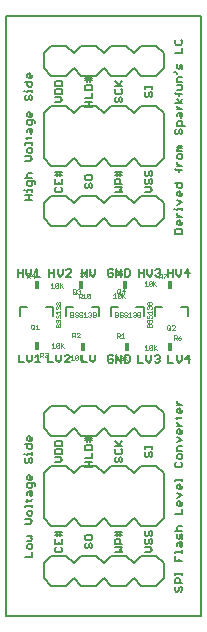
<source format=gto>
G75*
%MOIN*%
%OFA0B0*%
%FSLAX25Y25*%
%IPPOS*%
%LPD*%
%AMOC8*
5,1,8,0,0,1.08239X$1,22.5*
%
%ADD10C,0.00800*%
%ADD11C,0.00500*%
%ADD12C,0.00100*%
%ADD13R,0.01800X0.03000*%
%ADD14C,0.00600*%
D10*
X0002000Y0002000D02*
X0002000Y0202000D01*
X0067000Y0202000D01*
X0067000Y0002000D01*
X0002000Y0002000D01*
X0014500Y0014500D02*
X0014500Y0019500D01*
X0017000Y0022000D01*
X0022000Y0022000D01*
X0024500Y0019500D01*
X0027000Y0022000D01*
X0032000Y0022000D01*
X0034500Y0019500D01*
X0037000Y0022000D01*
X0042000Y0022000D01*
X0044500Y0019500D01*
X0047000Y0022000D01*
X0052000Y0022000D01*
X0054500Y0019500D01*
X0054500Y0014500D01*
X0052000Y0012000D01*
X0047000Y0012000D01*
X0044500Y0014500D01*
X0042000Y0012000D01*
X0037000Y0012000D01*
X0034500Y0014500D01*
X0032000Y0012000D01*
X0027000Y0012000D01*
X0024500Y0014500D01*
X0022000Y0012000D01*
X0017000Y0012000D01*
X0014500Y0014500D01*
X0017000Y0062000D02*
X0022000Y0062000D01*
X0024500Y0064500D01*
X0027000Y0062000D01*
X0032000Y0062000D01*
X0034500Y0064500D01*
X0037000Y0062000D01*
X0042000Y0062000D01*
X0044500Y0064500D01*
X0047000Y0062000D01*
X0052000Y0062000D01*
X0054500Y0064500D01*
X0054500Y0069500D01*
X0052000Y0072000D01*
X0047000Y0072000D01*
X0044500Y0069500D01*
X0042000Y0072000D01*
X0037000Y0072000D01*
X0034500Y0069500D01*
X0032000Y0072000D01*
X0027000Y0072000D01*
X0024500Y0069500D01*
X0022000Y0072000D01*
X0017000Y0072000D01*
X0014500Y0069500D01*
X0014500Y0064500D01*
X0017000Y0062000D01*
X0017712Y0101906D02*
X0017712Y0105056D01*
X0015350Y0105056D01*
X0009050Y0105056D02*
X0006688Y0105056D01*
X0006688Y0101906D01*
X0017000Y0132000D02*
X0014500Y0134500D01*
X0014500Y0139500D01*
X0017000Y0142000D01*
X0022000Y0142000D01*
X0024500Y0139500D01*
X0027000Y0142000D01*
X0032000Y0142000D01*
X0034500Y0139500D01*
X0037000Y0142000D01*
X0042000Y0142000D01*
X0044500Y0139500D01*
X0047000Y0142000D01*
X0052000Y0142000D01*
X0054500Y0139500D01*
X0054500Y0134500D01*
X0052000Y0132000D01*
X0047000Y0132000D01*
X0044500Y0134500D01*
X0042000Y0132000D01*
X0037000Y0132000D01*
X0034500Y0134500D01*
X0032000Y0132000D01*
X0027000Y0132000D01*
X0024500Y0134500D01*
X0022000Y0132000D01*
X0017000Y0132000D01*
X0021888Y0105056D02*
X0021888Y0101906D01*
X0021888Y0105056D02*
X0024250Y0105056D01*
X0030550Y0105056D02*
X0032912Y0105056D01*
X0032912Y0101906D01*
X0036788Y0101906D02*
X0036788Y0105056D01*
X0039150Y0105056D01*
X0045450Y0105056D02*
X0047812Y0105056D01*
X0047812Y0101906D01*
X0051588Y0101906D02*
X0051588Y0105056D01*
X0053950Y0105056D01*
X0060250Y0105056D02*
X0062612Y0105056D01*
X0062612Y0101906D01*
X0052000Y0182000D02*
X0047000Y0182000D01*
X0044500Y0184500D01*
X0042000Y0182000D01*
X0037000Y0182000D01*
X0034500Y0184500D01*
X0032000Y0182000D01*
X0027000Y0182000D01*
X0024500Y0184500D01*
X0022000Y0182000D01*
X0017000Y0182000D01*
X0014500Y0184500D01*
X0014500Y0189500D01*
X0017000Y0192000D01*
X0022000Y0192000D01*
X0024500Y0189500D01*
X0027000Y0192000D01*
X0032000Y0192000D01*
X0034500Y0189500D01*
X0037000Y0192000D01*
X0042000Y0192000D01*
X0044500Y0189500D01*
X0047000Y0192000D01*
X0052000Y0192000D01*
X0054500Y0189500D01*
X0054500Y0184500D01*
X0052000Y0182000D01*
D11*
X0050750Y0178544D02*
X0050750Y0177710D01*
X0050750Y0178127D02*
X0048248Y0178127D01*
X0048248Y0177710D02*
X0048248Y0178544D01*
X0048665Y0176616D02*
X0048248Y0176199D01*
X0048248Y0175365D01*
X0048665Y0174948D01*
X0049082Y0174948D01*
X0049499Y0175365D01*
X0049499Y0176199D01*
X0049916Y0176616D01*
X0050333Y0176616D01*
X0050750Y0176199D01*
X0050750Y0175365D01*
X0050333Y0174948D01*
X0057831Y0183154D02*
X0058665Y0183154D01*
X0059082Y0182737D01*
X0059499Y0181643D02*
X0059082Y0181226D01*
X0059082Y0179975D01*
X0060750Y0179975D01*
X0060750Y0178881D02*
X0059082Y0178881D01*
X0059082Y0177213D02*
X0060333Y0177213D01*
X0060750Y0177630D01*
X0060750Y0178881D01*
X0060750Y0175788D02*
X0058665Y0175788D01*
X0058248Y0176205D01*
X0059082Y0174320D02*
X0059916Y0173069D01*
X0060750Y0174320D01*
X0060750Y0173069D02*
X0058248Y0173069D01*
X0059082Y0172018D02*
X0059082Y0171601D01*
X0059916Y0170767D01*
X0060750Y0170767D02*
X0059082Y0170767D01*
X0059499Y0169673D02*
X0059082Y0169256D01*
X0059082Y0168422D01*
X0059916Y0168422D02*
X0059916Y0169673D01*
X0059499Y0169673D02*
X0060750Y0169673D01*
X0060750Y0168422D01*
X0060333Y0168005D01*
X0059916Y0168422D01*
X0059499Y0166911D02*
X0060333Y0166911D01*
X0060750Y0166494D01*
X0060750Y0165242D01*
X0061584Y0165242D02*
X0059082Y0165242D01*
X0059082Y0166494D01*
X0059499Y0166911D01*
X0059916Y0164148D02*
X0060333Y0164148D01*
X0060750Y0163731D01*
X0060750Y0162897D01*
X0060333Y0162480D01*
X0059499Y0162897D02*
X0059499Y0163731D01*
X0059916Y0164148D01*
X0058665Y0164148D02*
X0058248Y0163731D01*
X0058248Y0162897D01*
X0058665Y0162480D01*
X0059082Y0162480D01*
X0059499Y0162897D01*
X0059499Y0158623D02*
X0059082Y0158206D01*
X0059499Y0157789D01*
X0060750Y0157789D01*
X0060750Y0156955D02*
X0059082Y0156955D01*
X0059082Y0157372D01*
X0059499Y0157789D01*
X0059499Y0158623D02*
X0060750Y0158623D01*
X0060333Y0155861D02*
X0059499Y0155861D01*
X0059082Y0155444D01*
X0059082Y0154610D01*
X0059499Y0154193D01*
X0060333Y0154193D01*
X0060750Y0154610D01*
X0060750Y0155444D01*
X0060333Y0155861D01*
X0059082Y0153142D02*
X0059082Y0152725D01*
X0059916Y0151891D01*
X0060750Y0151891D02*
X0059082Y0151891D01*
X0059499Y0150884D02*
X0059499Y0150050D01*
X0058665Y0150467D02*
X0058248Y0150884D01*
X0058665Y0150467D02*
X0060750Y0150467D01*
X0060750Y0146193D02*
X0060750Y0144942D01*
X0060333Y0144525D01*
X0059499Y0144525D01*
X0059082Y0144942D01*
X0059082Y0146193D01*
X0058248Y0146193D02*
X0060750Y0146193D01*
X0060750Y0143014D02*
X0060750Y0142179D01*
X0060333Y0141762D01*
X0059499Y0141762D01*
X0059082Y0142179D01*
X0059082Y0143014D01*
X0059499Y0143431D01*
X0059916Y0143431D01*
X0059916Y0141762D01*
X0059082Y0140668D02*
X0060750Y0139834D01*
X0059082Y0139000D01*
X0059082Y0137576D02*
X0060750Y0137576D01*
X0060750Y0137159D02*
X0060750Y0137993D01*
X0060750Y0134857D02*
X0059082Y0134857D01*
X0059082Y0135691D02*
X0059082Y0136108D01*
X0059082Y0135691D02*
X0059916Y0134857D01*
X0059916Y0133762D02*
X0059916Y0132094D01*
X0060333Y0132094D02*
X0059499Y0132094D01*
X0059082Y0132511D01*
X0059082Y0133345D01*
X0059499Y0133762D01*
X0059916Y0133762D01*
X0060750Y0132511D02*
X0060333Y0132094D01*
X0060750Y0132511D02*
X0060750Y0133345D01*
X0060333Y0131000D02*
X0058665Y0131000D01*
X0058248Y0130583D01*
X0058248Y0129332D01*
X0060750Y0129332D01*
X0060750Y0130583D01*
X0060333Y0131000D01*
X0059082Y0137159D02*
X0059082Y0137576D01*
X0058248Y0137576D02*
X0057831Y0137576D01*
X0050750Y0143941D02*
X0049916Y0144775D01*
X0048248Y0144775D01*
X0048665Y0145869D02*
X0048248Y0146286D01*
X0048248Y0147120D01*
X0048665Y0147537D01*
X0049499Y0147120D02*
X0049499Y0146286D01*
X0049082Y0145869D01*
X0048665Y0145869D01*
X0049499Y0147120D02*
X0049916Y0147537D01*
X0050333Y0147537D01*
X0050750Y0147120D01*
X0050750Y0146286D01*
X0050333Y0145869D01*
X0050750Y0143941D02*
X0049916Y0143106D01*
X0048248Y0143106D01*
X0048665Y0148631D02*
X0049082Y0148631D01*
X0049499Y0149048D01*
X0049499Y0149882D01*
X0049916Y0150299D01*
X0050333Y0150299D01*
X0050750Y0149882D01*
X0050750Y0149048D01*
X0050333Y0148631D01*
X0048665Y0148631D02*
X0048248Y0149048D01*
X0048248Y0149882D01*
X0048665Y0150299D01*
X0040750Y0149882D02*
X0038248Y0149882D01*
X0038248Y0149048D02*
X0040750Y0149048D01*
X0039916Y0148631D02*
X0039916Y0150299D01*
X0039082Y0150299D02*
X0039082Y0149882D01*
X0039082Y0148631D01*
X0038665Y0147537D02*
X0039499Y0147537D01*
X0039916Y0147120D01*
X0039916Y0145869D01*
X0040750Y0144775D02*
X0039916Y0143941D01*
X0040750Y0143106D01*
X0038248Y0143106D01*
X0038248Y0144775D02*
X0040750Y0144775D01*
X0040750Y0145869D02*
X0038248Y0145869D01*
X0038248Y0147120D01*
X0038665Y0147537D01*
X0030750Y0147667D02*
X0030750Y0148501D01*
X0030333Y0148918D01*
X0028665Y0148918D01*
X0028248Y0148501D01*
X0028248Y0147667D01*
X0028665Y0147250D01*
X0030333Y0147250D01*
X0030750Y0147667D01*
X0030333Y0146156D02*
X0030750Y0145739D01*
X0030750Y0144905D01*
X0030333Y0144488D01*
X0029499Y0144905D02*
X0029499Y0145739D01*
X0029916Y0146156D01*
X0030333Y0146156D01*
X0029499Y0144905D02*
X0029082Y0144488D01*
X0028665Y0144488D01*
X0028248Y0144905D01*
X0028248Y0145739D01*
X0028665Y0146156D01*
X0020750Y0145869D02*
X0020750Y0147537D01*
X0020750Y0149048D02*
X0018248Y0149048D01*
X0018248Y0149882D02*
X0020750Y0149882D01*
X0019916Y0150299D02*
X0019916Y0148631D01*
X0019082Y0148631D02*
X0019082Y0149882D01*
X0019082Y0150299D01*
X0018248Y0147537D02*
X0018248Y0145869D01*
X0020750Y0145869D01*
X0020333Y0144775D02*
X0020750Y0144358D01*
X0020750Y0143523D01*
X0020333Y0143106D01*
X0018665Y0143106D01*
X0018248Y0143523D01*
X0018248Y0144358D01*
X0018665Y0144775D01*
X0019499Y0145869D02*
X0019499Y0146703D01*
X0011584Y0146466D02*
X0011167Y0146884D01*
X0009082Y0146884D01*
X0009082Y0145632D01*
X0009499Y0145215D01*
X0010333Y0145215D01*
X0010750Y0145632D01*
X0010750Y0146884D01*
X0011584Y0146466D02*
X0011584Y0146049D01*
X0010750Y0144208D02*
X0010750Y0143374D01*
X0010750Y0143791D02*
X0009082Y0143791D01*
X0009082Y0143374D01*
X0009499Y0142280D02*
X0009499Y0140612D01*
X0010750Y0140612D02*
X0008248Y0140612D01*
X0008248Y0142280D02*
X0010750Y0142280D01*
X0010750Y0147978D02*
X0008248Y0147978D01*
X0009082Y0148395D02*
X0009082Y0149229D01*
X0009499Y0149646D01*
X0010750Y0149646D01*
X0009499Y0147978D02*
X0009082Y0148395D01*
X0008248Y0143791D02*
X0007831Y0143791D01*
X0008248Y0153502D02*
X0009916Y0153502D01*
X0010750Y0154337D01*
X0009916Y0155171D01*
X0008248Y0155171D01*
X0008248Y0159027D02*
X0008248Y0159444D01*
X0010750Y0159444D01*
X0010750Y0159027D02*
X0010750Y0159861D01*
X0010333Y0161286D02*
X0010750Y0161703D01*
X0010333Y0161286D02*
X0008665Y0161286D01*
X0009082Y0160869D02*
X0009082Y0161703D01*
X0009082Y0163127D02*
X0009082Y0163961D01*
X0009499Y0164378D01*
X0010750Y0164378D01*
X0010750Y0163127D01*
X0010333Y0162710D01*
X0009916Y0163127D01*
X0009916Y0164378D01*
X0009499Y0165473D02*
X0010333Y0165473D01*
X0010750Y0165890D01*
X0010750Y0167141D01*
X0011167Y0167141D02*
X0009082Y0167141D01*
X0009082Y0165890D01*
X0009499Y0165473D01*
X0009499Y0168235D02*
X0009082Y0168652D01*
X0009082Y0169486D01*
X0009499Y0169903D01*
X0009916Y0169903D01*
X0009916Y0168235D01*
X0010333Y0168235D02*
X0009499Y0168235D01*
X0010333Y0168235D02*
X0010750Y0168652D01*
X0010750Y0169486D01*
X0011167Y0167141D02*
X0011584Y0166724D01*
X0011584Y0166307D01*
X0010333Y0173760D02*
X0010750Y0174177D01*
X0010750Y0175011D01*
X0010333Y0175428D01*
X0009916Y0175428D01*
X0009499Y0175011D01*
X0009499Y0174177D01*
X0009082Y0173760D01*
X0008665Y0173760D01*
X0008248Y0174177D01*
X0008248Y0175011D01*
X0008665Y0175428D01*
X0009082Y0176522D02*
X0009082Y0176939D01*
X0010750Y0176939D01*
X0010750Y0176522D02*
X0010750Y0177356D01*
X0010333Y0178364D02*
X0009499Y0178364D01*
X0009082Y0178781D01*
X0009082Y0180032D01*
X0009499Y0181126D02*
X0009082Y0181543D01*
X0009082Y0182377D01*
X0009499Y0182794D01*
X0009916Y0182794D01*
X0009916Y0181126D01*
X0010333Y0181126D02*
X0009499Y0181126D01*
X0010333Y0181126D02*
X0010750Y0181543D01*
X0010750Y0182377D01*
X0010750Y0180032D02*
X0010750Y0178781D01*
X0010333Y0178364D01*
X0010750Y0180032D02*
X0008248Y0180032D01*
X0008248Y0176939D02*
X0007831Y0176939D01*
X0009499Y0157933D02*
X0009082Y0157516D01*
X0009082Y0156682D01*
X0009499Y0156265D01*
X0010333Y0156265D01*
X0010750Y0156682D01*
X0010750Y0157516D01*
X0010333Y0157933D01*
X0009499Y0157933D01*
X0018248Y0173106D02*
X0019916Y0173106D01*
X0020750Y0173941D01*
X0019916Y0174775D01*
X0018248Y0174775D01*
X0018248Y0175869D02*
X0018248Y0177120D01*
X0018665Y0177537D01*
X0020333Y0177537D01*
X0020750Y0177120D01*
X0020750Y0175869D01*
X0018248Y0175869D01*
X0018248Y0178631D02*
X0018248Y0179882D01*
X0018665Y0180299D01*
X0020333Y0180299D01*
X0020750Y0179882D01*
X0020750Y0178631D01*
X0018248Y0178631D01*
X0028248Y0178501D02*
X0028248Y0177250D01*
X0030750Y0177250D01*
X0030750Y0178501D01*
X0030333Y0178918D01*
X0028665Y0178918D01*
X0028248Y0178501D01*
X0028248Y0180429D02*
X0030750Y0180429D01*
X0030750Y0181263D02*
X0028248Y0181263D01*
X0029082Y0181263D02*
X0029082Y0181680D01*
X0029082Y0181263D02*
X0029082Y0180012D01*
X0029916Y0180012D02*
X0029916Y0181680D01*
X0030750Y0176156D02*
X0030750Y0174488D01*
X0028248Y0174488D01*
X0028248Y0173393D02*
X0030750Y0173393D01*
X0030750Y0171725D02*
X0028248Y0171725D01*
X0029499Y0171725D02*
X0029499Y0173393D01*
X0038248Y0173523D02*
X0038665Y0173106D01*
X0039082Y0173106D01*
X0039499Y0173523D01*
X0039499Y0174358D01*
X0039916Y0174775D01*
X0040333Y0174775D01*
X0040750Y0174358D01*
X0040750Y0173523D01*
X0040333Y0173106D01*
X0038665Y0174775D02*
X0038248Y0174358D01*
X0038248Y0173523D01*
X0038665Y0175869D02*
X0038248Y0176286D01*
X0038248Y0177120D01*
X0038665Y0177537D01*
X0038248Y0178631D02*
X0040750Y0178631D01*
X0040333Y0177537D02*
X0040750Y0177120D01*
X0040750Y0176286D01*
X0040333Y0175869D01*
X0038665Y0175869D01*
X0039916Y0178631D02*
X0038248Y0180299D01*
X0039499Y0179048D02*
X0040750Y0180299D01*
X0058248Y0189643D02*
X0060750Y0189643D01*
X0060750Y0191311D01*
X0060333Y0192406D02*
X0060750Y0192823D01*
X0060750Y0193657D01*
X0060333Y0194074D01*
X0060333Y0192406D02*
X0058665Y0192406D01*
X0058248Y0192823D01*
X0058248Y0193657D01*
X0058665Y0194074D01*
X0059082Y0185787D02*
X0059082Y0184536D01*
X0059499Y0184119D01*
X0059916Y0184536D01*
X0059916Y0185370D01*
X0060333Y0185787D01*
X0060750Y0185370D01*
X0060750Y0184119D01*
X0060750Y0181643D02*
X0059499Y0181643D01*
X0059499Y0176205D02*
X0059499Y0175371D01*
X0058712Y0117552D02*
X0058712Y0115884D01*
X0059546Y0115050D01*
X0060380Y0115884D01*
X0060380Y0117552D01*
X0061475Y0116301D02*
X0063143Y0116301D01*
X0062726Y0115050D02*
X0062726Y0117552D01*
X0061475Y0116301D01*
X0057618Y0116301D02*
X0055950Y0116301D01*
X0055950Y0115050D02*
X0055950Y0117552D01*
X0057618Y0117552D02*
X0057618Y0115050D01*
X0053443Y0115467D02*
X0053026Y0115050D01*
X0052192Y0115050D01*
X0051775Y0115467D01*
X0052609Y0116301D02*
X0053026Y0116301D01*
X0053443Y0115884D01*
X0053443Y0115467D01*
X0053026Y0116301D02*
X0053443Y0116718D01*
X0053443Y0117135D01*
X0053026Y0117552D01*
X0052192Y0117552D01*
X0051775Y0117135D01*
X0050680Y0117552D02*
X0050680Y0115884D01*
X0049846Y0115050D01*
X0049012Y0115884D01*
X0049012Y0117552D01*
X0047918Y0117552D02*
X0047918Y0115050D01*
X0047918Y0116301D02*
X0046250Y0116301D01*
X0046250Y0115050D02*
X0046250Y0117552D01*
X0043143Y0117135D02*
X0043143Y0115467D01*
X0042726Y0115050D01*
X0041475Y0115050D01*
X0041475Y0117552D01*
X0042726Y0117552D01*
X0043143Y0117135D01*
X0040380Y0117552D02*
X0040380Y0115050D01*
X0038712Y0117552D01*
X0038712Y0115050D01*
X0037618Y0115467D02*
X0037618Y0116301D01*
X0036784Y0116301D01*
X0035950Y0115467D02*
X0036367Y0115050D01*
X0037201Y0115050D01*
X0037618Y0115467D01*
X0037618Y0117135D02*
X0037201Y0117552D01*
X0036367Y0117552D01*
X0035950Y0117135D01*
X0035950Y0115467D01*
X0031680Y0115884D02*
X0031680Y0117552D01*
X0031680Y0115884D02*
X0030846Y0115050D01*
X0030012Y0115884D01*
X0030012Y0117552D01*
X0028918Y0117552D02*
X0028918Y0115050D01*
X0028918Y0116301D02*
X0027250Y0116301D01*
X0027250Y0115050D02*
X0027250Y0117552D01*
X0023643Y0117135D02*
X0023226Y0117552D01*
X0022392Y0117552D01*
X0021975Y0117135D01*
X0020880Y0117552D02*
X0020880Y0115884D01*
X0020046Y0115050D01*
X0019212Y0115884D01*
X0019212Y0117552D01*
X0018118Y0117552D02*
X0018118Y0115050D01*
X0018118Y0116301D02*
X0016450Y0116301D01*
X0016450Y0115050D02*
X0016450Y0117552D01*
X0013143Y0114950D02*
X0011475Y0114950D01*
X0012309Y0114950D02*
X0012309Y0117452D01*
X0011475Y0116618D01*
X0010380Y0115784D02*
X0010380Y0117452D01*
X0010380Y0115784D02*
X0009546Y0114950D01*
X0008712Y0115784D01*
X0008712Y0117452D01*
X0007618Y0117452D02*
X0007618Y0114950D01*
X0007618Y0116201D02*
X0005950Y0116201D01*
X0005950Y0114950D02*
X0005950Y0117452D01*
X0006150Y0089052D02*
X0006150Y0086550D01*
X0007818Y0086550D01*
X0008912Y0087384D02*
X0008912Y0089052D01*
X0008912Y0087384D02*
X0009746Y0086550D01*
X0010580Y0087384D01*
X0010580Y0089052D01*
X0011675Y0088218D02*
X0012509Y0089052D01*
X0012509Y0086550D01*
X0011675Y0086550D02*
X0013343Y0086550D01*
X0015950Y0086550D02*
X0017618Y0086550D01*
X0018712Y0087384D02*
X0019546Y0086550D01*
X0020380Y0087384D01*
X0020380Y0089052D01*
X0021475Y0088635D02*
X0021892Y0089052D01*
X0022726Y0089052D01*
X0023143Y0088635D01*
X0023143Y0088218D01*
X0021475Y0086550D01*
X0023143Y0086550D01*
X0027250Y0086450D02*
X0028918Y0086450D01*
X0030012Y0087284D02*
X0030846Y0086450D01*
X0031680Y0087284D01*
X0031680Y0088952D01*
X0030012Y0088952D02*
X0030012Y0087284D01*
X0027250Y0086450D02*
X0027250Y0088952D01*
X0018712Y0089052D02*
X0018712Y0087384D01*
X0015950Y0086550D02*
X0015950Y0089052D01*
X0021975Y0115050D02*
X0023643Y0116718D01*
X0023643Y0117135D01*
X0023643Y0115050D02*
X0021975Y0115050D01*
X0036367Y0088852D02*
X0035950Y0088435D01*
X0035950Y0086767D01*
X0036367Y0086350D01*
X0037201Y0086350D01*
X0037618Y0086767D01*
X0037618Y0087601D01*
X0036784Y0087601D01*
X0037618Y0088435D02*
X0037201Y0088852D01*
X0036367Y0088852D01*
X0038712Y0088852D02*
X0038712Y0086350D01*
X0040380Y0086350D02*
X0038712Y0088852D01*
X0040380Y0088852D02*
X0040380Y0086350D01*
X0041475Y0086350D02*
X0042726Y0086350D01*
X0043143Y0086767D01*
X0043143Y0088435D01*
X0042726Y0088852D01*
X0041475Y0088852D01*
X0041475Y0086350D01*
X0045950Y0086350D02*
X0047618Y0086350D01*
X0048712Y0087184D02*
X0048712Y0088852D01*
X0048712Y0087184D02*
X0049546Y0086350D01*
X0050380Y0087184D01*
X0050380Y0088852D01*
X0051475Y0088435D02*
X0051892Y0088852D01*
X0052726Y0088852D01*
X0053143Y0088435D01*
X0053143Y0088018D01*
X0052726Y0087601D01*
X0053143Y0087184D01*
X0053143Y0086767D01*
X0052726Y0086350D01*
X0051892Y0086350D01*
X0051475Y0086767D01*
X0052309Y0087601D02*
X0052726Y0087601D01*
X0056050Y0086350D02*
X0057718Y0086350D01*
X0058812Y0087184D02*
X0059646Y0086350D01*
X0060480Y0087184D01*
X0060480Y0088852D01*
X0061575Y0087601D02*
X0063243Y0087601D01*
X0062826Y0086350D02*
X0062826Y0088852D01*
X0061575Y0087601D01*
X0058812Y0087184D02*
X0058812Y0088852D01*
X0056050Y0088852D02*
X0056050Y0086350D01*
X0059082Y0073426D02*
X0059082Y0073009D01*
X0059916Y0072175D01*
X0060750Y0072175D02*
X0059082Y0072175D01*
X0059499Y0071081D02*
X0059082Y0070664D01*
X0059082Y0069830D01*
X0059499Y0069413D01*
X0060333Y0069413D01*
X0060750Y0069830D01*
X0060750Y0070664D01*
X0060750Y0068406D02*
X0060333Y0067988D01*
X0058665Y0067988D01*
X0059082Y0067571D02*
X0059082Y0068406D01*
X0059916Y0069413D02*
X0059916Y0071081D01*
X0059499Y0071081D01*
X0059082Y0066521D02*
X0059082Y0066104D01*
X0059916Y0065270D01*
X0060750Y0065270D02*
X0059082Y0065270D01*
X0059499Y0064175D02*
X0059082Y0063758D01*
X0059082Y0062924D01*
X0059499Y0062507D01*
X0060333Y0062507D01*
X0060750Y0062924D01*
X0060750Y0063758D01*
X0059916Y0064175D02*
X0059916Y0062507D01*
X0059082Y0061413D02*
X0060750Y0060579D01*
X0059082Y0059745D01*
X0059499Y0058651D02*
X0059082Y0058234D01*
X0059082Y0056982D01*
X0060750Y0056982D01*
X0060333Y0055888D02*
X0060750Y0055471D01*
X0060750Y0054637D01*
X0060333Y0054220D01*
X0059499Y0054220D01*
X0059082Y0054637D01*
X0059082Y0055471D01*
X0059499Y0055888D01*
X0060333Y0055888D01*
X0060333Y0053126D02*
X0060750Y0052709D01*
X0060750Y0051875D01*
X0060333Y0051458D01*
X0058665Y0051458D01*
X0058248Y0051875D01*
X0058248Y0052709D01*
X0058665Y0053126D01*
X0059499Y0058651D02*
X0060750Y0058651D01*
X0059916Y0064175D02*
X0059499Y0064175D01*
X0060750Y0047688D02*
X0060750Y0046854D01*
X0060750Y0047271D02*
X0058248Y0047271D01*
X0058248Y0046854D01*
X0059499Y0045760D02*
X0059082Y0045343D01*
X0059082Y0044509D01*
X0059499Y0044091D01*
X0060333Y0044091D01*
X0060750Y0044509D01*
X0060750Y0045343D01*
X0059916Y0045760D02*
X0059916Y0044091D01*
X0059082Y0042997D02*
X0060750Y0042163D01*
X0059082Y0041329D01*
X0059499Y0040235D02*
X0059082Y0039818D01*
X0059082Y0038984D01*
X0059499Y0038567D01*
X0060333Y0038567D01*
X0060750Y0038984D01*
X0060750Y0039818D01*
X0060750Y0037473D02*
X0060750Y0035804D01*
X0058248Y0035804D01*
X0059916Y0038567D02*
X0059916Y0040235D01*
X0059499Y0040235D01*
X0059499Y0045760D02*
X0059916Y0045760D01*
X0059499Y0031948D02*
X0059082Y0031531D01*
X0059082Y0030697D01*
X0059499Y0030280D01*
X0059082Y0029185D02*
X0059082Y0027934D01*
X0059499Y0027517D01*
X0059916Y0027934D01*
X0059916Y0028768D01*
X0060333Y0029185D01*
X0060750Y0028768D01*
X0060750Y0027517D01*
X0060750Y0026423D02*
X0060750Y0025172D01*
X0060333Y0024755D01*
X0059916Y0025172D01*
X0059916Y0026423D01*
X0059499Y0026423D02*
X0060750Y0026423D01*
X0060750Y0023747D02*
X0060750Y0022913D01*
X0060750Y0023330D02*
X0058248Y0023330D01*
X0058248Y0022913D01*
X0058248Y0021819D02*
X0058248Y0020151D01*
X0060750Y0020151D01*
X0060750Y0016381D02*
X0060750Y0015547D01*
X0060750Y0015964D02*
X0058248Y0015964D01*
X0058248Y0015547D02*
X0058248Y0016381D01*
X0058665Y0014453D02*
X0059499Y0014453D01*
X0059916Y0014036D01*
X0059916Y0012785D01*
X0059916Y0011691D02*
X0060333Y0011691D01*
X0060750Y0011274D01*
X0060750Y0010439D01*
X0060333Y0010022D01*
X0059499Y0010439D02*
X0059499Y0011274D01*
X0059916Y0011691D01*
X0058665Y0011691D02*
X0058248Y0011274D01*
X0058248Y0010439D01*
X0058665Y0010022D01*
X0059082Y0010022D01*
X0059499Y0010439D01*
X0060750Y0012785D02*
X0058248Y0012785D01*
X0058248Y0014036D01*
X0058665Y0014453D01*
X0059499Y0020151D02*
X0059499Y0020985D01*
X0059082Y0025172D02*
X0059082Y0026006D01*
X0059499Y0026423D01*
X0058248Y0030280D02*
X0060750Y0030280D01*
X0060750Y0031948D02*
X0059499Y0031948D01*
X0050750Y0029882D02*
X0050750Y0029048D01*
X0050333Y0028631D01*
X0049499Y0029048D02*
X0049499Y0029882D01*
X0049916Y0030299D01*
X0050333Y0030299D01*
X0050750Y0029882D01*
X0050333Y0027537D02*
X0050750Y0027120D01*
X0050750Y0026286D01*
X0050333Y0025869D01*
X0049499Y0026286D02*
X0049499Y0027120D01*
X0049916Y0027537D01*
X0050333Y0027537D01*
X0049499Y0026286D02*
X0049082Y0025869D01*
X0048665Y0025869D01*
X0048248Y0026286D01*
X0048248Y0027120D01*
X0048665Y0027537D01*
X0048665Y0028631D02*
X0048248Y0029048D01*
X0048248Y0029882D01*
X0048665Y0030299D01*
X0049499Y0029048D02*
X0049082Y0028631D01*
X0048665Y0028631D01*
X0048248Y0024775D02*
X0049916Y0024775D01*
X0050750Y0023941D01*
X0049916Y0023106D01*
X0048248Y0023106D01*
X0040750Y0023106D02*
X0039916Y0023941D01*
X0040750Y0024775D01*
X0038248Y0024775D01*
X0038248Y0025869D02*
X0038248Y0027120D01*
X0038665Y0027537D01*
X0039499Y0027537D01*
X0039916Y0027120D01*
X0039916Y0025869D01*
X0040750Y0025869D02*
X0038248Y0025869D01*
X0038248Y0023106D02*
X0040750Y0023106D01*
X0039916Y0028631D02*
X0039916Y0030299D01*
X0039082Y0030299D02*
X0039082Y0029882D01*
X0039082Y0028631D01*
X0038248Y0029048D02*
X0040750Y0029048D01*
X0040750Y0029882D02*
X0038248Y0029882D01*
X0030750Y0028501D02*
X0030333Y0028918D01*
X0028665Y0028918D01*
X0028248Y0028501D01*
X0028248Y0027667D01*
X0028665Y0027250D01*
X0030333Y0027250D01*
X0030750Y0027667D01*
X0030750Y0028501D01*
X0030333Y0026156D02*
X0030750Y0025739D01*
X0030750Y0024905D01*
X0030333Y0024488D01*
X0029499Y0024905D02*
X0029499Y0025739D01*
X0029916Y0026156D01*
X0030333Y0026156D01*
X0029499Y0024905D02*
X0029082Y0024488D01*
X0028665Y0024488D01*
X0028248Y0024905D01*
X0028248Y0025739D01*
X0028665Y0026156D01*
X0020750Y0025869D02*
X0020750Y0027537D01*
X0020750Y0029048D02*
X0018248Y0029048D01*
X0018248Y0029882D02*
X0020750Y0029882D01*
X0019916Y0030299D02*
X0019916Y0028631D01*
X0019082Y0028631D02*
X0019082Y0029882D01*
X0019082Y0030299D01*
X0018248Y0027537D02*
X0018248Y0025869D01*
X0020750Y0025869D01*
X0020333Y0024775D02*
X0020750Y0024358D01*
X0020750Y0023523D01*
X0020333Y0023106D01*
X0018665Y0023106D01*
X0018248Y0023523D01*
X0018248Y0024358D01*
X0018665Y0024775D01*
X0019499Y0025869D02*
X0019499Y0026703D01*
X0011584Y0045386D02*
X0011584Y0045803D01*
X0011167Y0046220D01*
X0009082Y0046220D01*
X0009082Y0044969D01*
X0009499Y0044552D01*
X0010333Y0044552D01*
X0010750Y0044969D01*
X0010750Y0046220D01*
X0010333Y0047314D02*
X0009499Y0047314D01*
X0009082Y0047731D01*
X0009082Y0048565D01*
X0009499Y0048982D01*
X0009916Y0048982D01*
X0009916Y0047314D01*
X0010333Y0047314D02*
X0010750Y0047731D01*
X0010750Y0048565D01*
X0010333Y0052839D02*
X0010750Y0053256D01*
X0010750Y0054090D01*
X0010333Y0054507D01*
X0009916Y0054507D01*
X0009499Y0054090D01*
X0009499Y0053256D01*
X0009082Y0052839D01*
X0008665Y0052839D01*
X0008248Y0053256D01*
X0008248Y0054090D01*
X0008665Y0054507D01*
X0009082Y0055601D02*
X0009082Y0056018D01*
X0010750Y0056018D01*
X0010750Y0055601D02*
X0010750Y0056435D01*
X0010333Y0057443D02*
X0009499Y0057443D01*
X0009082Y0057860D01*
X0009082Y0059111D01*
X0009499Y0060205D02*
X0009082Y0060622D01*
X0009082Y0061456D01*
X0009499Y0061873D01*
X0009916Y0061873D01*
X0009916Y0060205D01*
X0010333Y0060205D02*
X0009499Y0060205D01*
X0010333Y0060205D02*
X0010750Y0060622D01*
X0010750Y0061456D01*
X0010750Y0059111D02*
X0010750Y0057860D01*
X0010333Y0057443D01*
X0010750Y0059111D02*
X0008248Y0059111D01*
X0008248Y0056018D02*
X0007831Y0056018D01*
X0009499Y0043458D02*
X0010750Y0043458D01*
X0010750Y0042207D01*
X0010333Y0041790D01*
X0009916Y0042207D01*
X0009916Y0043458D01*
X0009499Y0043458D02*
X0009082Y0043041D01*
X0009082Y0042207D01*
X0009082Y0040782D02*
X0009082Y0039948D01*
X0008665Y0040365D02*
X0010333Y0040365D01*
X0010750Y0040782D01*
X0010750Y0038940D02*
X0010750Y0038106D01*
X0010750Y0038523D02*
X0008248Y0038523D01*
X0008248Y0038106D01*
X0009499Y0037012D02*
X0009082Y0036595D01*
X0009082Y0035761D01*
X0009499Y0035344D01*
X0010333Y0035344D01*
X0010750Y0035761D01*
X0010750Y0036595D01*
X0010333Y0037012D01*
X0009499Y0037012D01*
X0009916Y0034250D02*
X0008248Y0034250D01*
X0008248Y0032582D02*
X0009916Y0032582D01*
X0010750Y0033416D01*
X0009916Y0034250D01*
X0010333Y0028725D02*
X0009082Y0028725D01*
X0010333Y0028725D02*
X0010750Y0028308D01*
X0010333Y0027891D01*
X0010750Y0027474D01*
X0010333Y0027057D01*
X0009082Y0027057D01*
X0009499Y0025963D02*
X0009082Y0025546D01*
X0009082Y0024712D01*
X0009499Y0024295D01*
X0010333Y0024295D01*
X0010750Y0024712D01*
X0010750Y0025546D01*
X0010333Y0025963D01*
X0009499Y0025963D01*
X0010750Y0023200D02*
X0010750Y0021532D01*
X0008248Y0021532D01*
X0018248Y0053106D02*
X0019916Y0053106D01*
X0020750Y0053941D01*
X0019916Y0054775D01*
X0018248Y0054775D01*
X0018248Y0055869D02*
X0018248Y0057120D01*
X0018665Y0057537D01*
X0020333Y0057537D01*
X0020750Y0057120D01*
X0020750Y0055869D01*
X0018248Y0055869D01*
X0018248Y0058631D02*
X0018248Y0059882D01*
X0018665Y0060299D01*
X0020333Y0060299D01*
X0020750Y0059882D01*
X0020750Y0058631D01*
X0018248Y0058631D01*
X0028248Y0058501D02*
X0028248Y0057250D01*
X0030750Y0057250D01*
X0030750Y0058501D01*
X0030333Y0058918D01*
X0028665Y0058918D01*
X0028248Y0058501D01*
X0028248Y0060429D02*
X0030750Y0060429D01*
X0030750Y0061263D02*
X0028248Y0061263D01*
X0029082Y0061263D02*
X0029082Y0060012D01*
X0029916Y0060012D02*
X0029916Y0061680D01*
X0029082Y0061680D02*
X0029082Y0061263D01*
X0030750Y0056156D02*
X0030750Y0054488D01*
X0028248Y0054488D01*
X0028248Y0053393D02*
X0030750Y0053393D01*
X0030750Y0051725D02*
X0028248Y0051725D01*
X0029499Y0051725D02*
X0029499Y0053393D01*
X0038248Y0053523D02*
X0038665Y0053106D01*
X0039082Y0053106D01*
X0039499Y0053523D01*
X0039499Y0054358D01*
X0039916Y0054775D01*
X0040333Y0054775D01*
X0040750Y0054358D01*
X0040750Y0053523D01*
X0040333Y0053106D01*
X0040333Y0055869D02*
X0040750Y0056286D01*
X0040750Y0057120D01*
X0040333Y0057537D01*
X0040750Y0058631D02*
X0038248Y0058631D01*
X0038665Y0057537D02*
X0038248Y0057120D01*
X0038248Y0056286D01*
X0038665Y0055869D01*
X0040333Y0055869D01*
X0039916Y0058631D02*
X0038248Y0060299D01*
X0039499Y0059048D02*
X0040750Y0060299D01*
X0038665Y0054775D02*
X0038248Y0054358D01*
X0038248Y0053523D01*
X0048248Y0055365D02*
X0048665Y0054948D01*
X0049082Y0054948D01*
X0049499Y0055365D01*
X0049499Y0056199D01*
X0049916Y0056616D01*
X0050333Y0056616D01*
X0050750Y0056199D01*
X0050750Y0055365D01*
X0050333Y0054948D01*
X0048665Y0056616D02*
X0048248Y0056199D01*
X0048248Y0055365D01*
X0048248Y0057710D02*
X0048248Y0058544D01*
X0048248Y0058127D02*
X0050750Y0058127D01*
X0050750Y0057710D02*
X0050750Y0058544D01*
X0045950Y0086350D02*
X0045950Y0088852D01*
D12*
X0048250Y0090650D02*
X0049251Y0090650D01*
X0048750Y0090650D02*
X0048750Y0092151D01*
X0048250Y0091651D01*
X0049723Y0091901D02*
X0049723Y0090900D01*
X0050724Y0091901D01*
X0050724Y0090900D01*
X0050474Y0090650D01*
X0049973Y0090650D01*
X0049723Y0090900D01*
X0049723Y0091901D02*
X0049973Y0092151D01*
X0050474Y0092151D01*
X0050724Y0091901D01*
X0051197Y0092151D02*
X0051197Y0090650D01*
X0051197Y0091150D02*
X0052197Y0092151D01*
X0051447Y0091401D02*
X0052197Y0090650D01*
X0050515Y0098203D02*
X0049014Y0098203D01*
X0049014Y0098953D01*
X0049264Y0099204D01*
X0049515Y0099204D01*
X0049765Y0098953D01*
X0049765Y0098203D01*
X0050515Y0098203D02*
X0050515Y0098953D01*
X0050265Y0099204D01*
X0050015Y0099204D01*
X0049765Y0098953D01*
X0049515Y0099676D02*
X0049765Y0099926D01*
X0049765Y0100427D01*
X0050015Y0100677D01*
X0050265Y0100677D01*
X0050515Y0100427D01*
X0050515Y0099926D01*
X0050265Y0099676D01*
X0049515Y0099676D02*
X0049264Y0099676D01*
X0049014Y0099926D01*
X0049014Y0100427D01*
X0049264Y0100677D01*
X0049264Y0101149D02*
X0049515Y0101149D01*
X0049765Y0101399D01*
X0049765Y0101900D01*
X0050015Y0102150D01*
X0050265Y0102150D01*
X0050515Y0101900D01*
X0050515Y0101399D01*
X0050265Y0101149D01*
X0049264Y0101149D02*
X0049014Y0101399D01*
X0049014Y0101900D01*
X0049264Y0102150D01*
X0049515Y0102623D02*
X0049014Y0103123D01*
X0050515Y0103123D01*
X0050515Y0102623D02*
X0050515Y0103623D01*
X0050265Y0104096D02*
X0050515Y0104346D01*
X0050515Y0104846D01*
X0050265Y0105097D01*
X0050015Y0105097D01*
X0049765Y0104846D01*
X0049765Y0104596D01*
X0049765Y0104846D02*
X0049515Y0105097D01*
X0049264Y0105097D01*
X0049014Y0104846D01*
X0049014Y0104346D01*
X0049264Y0104096D01*
X0049264Y0105569D02*
X0049515Y0105569D01*
X0049765Y0105819D01*
X0049765Y0106320D01*
X0050015Y0106570D01*
X0050265Y0106570D01*
X0050515Y0106320D01*
X0050515Y0105819D01*
X0050265Y0105569D01*
X0050015Y0105569D01*
X0049765Y0105819D01*
X0049765Y0106320D02*
X0049515Y0106570D01*
X0049264Y0106570D01*
X0049014Y0106320D01*
X0049014Y0105819D01*
X0049264Y0105569D01*
X0049151Y0111950D02*
X0048150Y0111950D01*
X0048650Y0111950D02*
X0048650Y0113451D01*
X0048150Y0112951D01*
X0049623Y0113201D02*
X0049873Y0113451D01*
X0050374Y0113451D01*
X0050624Y0113201D01*
X0049623Y0112200D01*
X0049873Y0111950D01*
X0050374Y0111950D01*
X0050624Y0112200D01*
X0050624Y0113201D01*
X0051097Y0113451D02*
X0051097Y0111950D01*
X0051097Y0112450D02*
X0052097Y0113451D01*
X0051347Y0112701D02*
X0052097Y0111950D01*
X0053050Y0114500D02*
X0053050Y0116001D01*
X0053801Y0116001D01*
X0054051Y0115751D01*
X0054051Y0115251D01*
X0053801Y0115000D01*
X0053050Y0115000D01*
X0053550Y0115000D02*
X0054051Y0114500D01*
X0054523Y0114500D02*
X0054523Y0114750D01*
X0055524Y0115751D01*
X0055524Y0116001D01*
X0054523Y0116001D01*
X0049623Y0113201D02*
X0049623Y0112200D01*
X0046467Y0103101D02*
X0045966Y0103101D01*
X0045716Y0102851D01*
X0045716Y0102601D01*
X0045966Y0102351D01*
X0046467Y0102351D01*
X0046717Y0102100D01*
X0046717Y0101850D01*
X0046467Y0101600D01*
X0045966Y0101600D01*
X0045716Y0101850D01*
X0045716Y0102100D01*
X0045966Y0102351D01*
X0046467Y0102351D02*
X0046717Y0102601D01*
X0046717Y0102851D01*
X0046467Y0103101D01*
X0045244Y0102851D02*
X0045244Y0102601D01*
X0044994Y0102351D01*
X0045244Y0102100D01*
X0045244Y0101850D01*
X0044994Y0101600D01*
X0044493Y0101600D01*
X0044243Y0101850D01*
X0043771Y0101600D02*
X0042770Y0101600D01*
X0043270Y0101600D02*
X0043270Y0103101D01*
X0042770Y0102601D01*
X0042297Y0102851D02*
X0042047Y0103101D01*
X0041547Y0103101D01*
X0041297Y0102851D01*
X0041297Y0102601D01*
X0041547Y0102351D01*
X0042047Y0102351D01*
X0042297Y0102100D01*
X0042297Y0101850D01*
X0042047Y0101600D01*
X0041547Y0101600D01*
X0041297Y0101850D01*
X0040824Y0101850D02*
X0040574Y0101600D01*
X0040073Y0101600D01*
X0039823Y0101850D01*
X0039351Y0101850D02*
X0039101Y0101600D01*
X0038350Y0101600D01*
X0038350Y0103101D01*
X0039101Y0103101D01*
X0039351Y0102851D01*
X0039351Y0102601D01*
X0039101Y0102351D01*
X0038350Y0102351D01*
X0039101Y0102351D02*
X0039351Y0102100D01*
X0039351Y0101850D01*
X0040073Y0102351D02*
X0039823Y0102601D01*
X0039823Y0102851D01*
X0040073Y0103101D01*
X0040574Y0103101D01*
X0040824Y0102851D01*
X0040574Y0102351D02*
X0040824Y0102100D01*
X0040824Y0101850D01*
X0040574Y0102351D02*
X0040073Y0102351D01*
X0039874Y0107950D02*
X0039373Y0107950D01*
X0039123Y0108200D01*
X0040124Y0109201D01*
X0040124Y0108200D01*
X0039874Y0107950D01*
X0040597Y0107950D02*
X0040597Y0109451D01*
X0040101Y0109350D02*
X0039600Y0109850D01*
X0039373Y0109451D02*
X0039874Y0109451D01*
X0040124Y0109201D01*
X0039851Y0109350D02*
X0040101Y0109600D01*
X0040101Y0110601D01*
X0039851Y0110851D01*
X0039350Y0110851D01*
X0039100Y0110601D01*
X0039100Y0109600D01*
X0039350Y0109350D01*
X0039851Y0109350D01*
X0039373Y0109451D02*
X0039123Y0109201D01*
X0039123Y0108200D01*
X0038651Y0107950D02*
X0037650Y0107950D01*
X0038150Y0107950D02*
X0038150Y0109451D01*
X0037650Y0108951D01*
X0038150Y0115450D02*
X0038150Y0116951D01*
X0038901Y0116951D01*
X0039151Y0116701D01*
X0039151Y0116201D01*
X0038901Y0115950D01*
X0038150Y0115950D01*
X0038650Y0115950D02*
X0039151Y0115450D01*
X0039623Y0115700D02*
X0039873Y0115450D01*
X0040374Y0115450D01*
X0040624Y0115700D01*
X0040624Y0116201D01*
X0040374Y0116451D01*
X0040124Y0116451D01*
X0039623Y0116201D01*
X0039623Y0116951D01*
X0040624Y0116951D01*
X0041324Y0110851D02*
X0040573Y0110101D01*
X0041574Y0110101D01*
X0041597Y0109451D02*
X0040597Y0108450D01*
X0040847Y0108701D02*
X0041597Y0107950D01*
X0041324Y0109350D02*
X0041324Y0110851D01*
X0044493Y0103101D02*
X0044994Y0103101D01*
X0045244Y0102851D01*
X0044994Y0102351D02*
X0044743Y0102351D01*
X0044243Y0102851D02*
X0044493Y0103101D01*
X0040824Y0096151D02*
X0040824Y0094650D01*
X0041324Y0094650D02*
X0040323Y0094650D01*
X0039851Y0094650D02*
X0039350Y0095150D01*
X0039601Y0095150D02*
X0038850Y0095150D01*
X0038850Y0094650D02*
X0038850Y0096151D01*
X0039601Y0096151D01*
X0039851Y0095901D01*
X0039851Y0095401D01*
X0039601Y0095150D01*
X0040323Y0095651D02*
X0040824Y0096151D01*
X0040574Y0088651D02*
X0040824Y0088401D01*
X0039823Y0087400D01*
X0040073Y0087150D01*
X0040574Y0087150D01*
X0040824Y0087400D01*
X0040824Y0088401D01*
X0040574Y0088651D02*
X0040073Y0088651D01*
X0039823Y0088401D01*
X0039823Y0087400D01*
X0039351Y0087150D02*
X0038350Y0087150D01*
X0038850Y0087150D02*
X0038850Y0088651D01*
X0038350Y0088151D01*
X0041297Y0088651D02*
X0041297Y0087150D01*
X0041297Y0087650D02*
X0042297Y0088651D01*
X0041547Y0087901D02*
X0042297Y0087150D01*
X0031567Y0101600D02*
X0031817Y0101850D01*
X0031817Y0102100D01*
X0031567Y0102351D01*
X0031066Y0102351D01*
X0030816Y0102601D01*
X0030816Y0102851D01*
X0031066Y0103101D01*
X0031567Y0103101D01*
X0031817Y0102851D01*
X0031817Y0102601D01*
X0031567Y0102351D01*
X0031066Y0102351D02*
X0030816Y0102100D01*
X0030816Y0101850D01*
X0031066Y0101600D01*
X0031567Y0101600D01*
X0030344Y0101850D02*
X0030094Y0101600D01*
X0029593Y0101600D01*
X0029343Y0101850D01*
X0028871Y0101600D02*
X0027870Y0101600D01*
X0028370Y0101600D02*
X0028370Y0103101D01*
X0027870Y0102601D01*
X0027397Y0102851D02*
X0027147Y0103101D01*
X0026647Y0103101D01*
X0026397Y0102851D01*
X0026397Y0102601D01*
X0026647Y0102351D01*
X0027147Y0102351D01*
X0027397Y0102100D01*
X0027397Y0101850D01*
X0027147Y0101600D01*
X0026647Y0101600D01*
X0026397Y0101850D01*
X0025924Y0101850D02*
X0025924Y0102100D01*
X0025674Y0102351D01*
X0025173Y0102351D01*
X0024923Y0102601D01*
X0024923Y0102851D01*
X0025173Y0103101D01*
X0025674Y0103101D01*
X0025924Y0102851D01*
X0025924Y0101850D02*
X0025674Y0101600D01*
X0025173Y0101600D01*
X0024923Y0101850D01*
X0024451Y0101850D02*
X0024451Y0102100D01*
X0024201Y0102351D01*
X0023450Y0102351D01*
X0023450Y0103101D02*
X0024201Y0103101D01*
X0024451Y0102851D01*
X0024451Y0102601D01*
X0024201Y0102351D01*
X0024451Y0101850D02*
X0024201Y0101600D01*
X0023450Y0101600D01*
X0023450Y0103101D01*
X0024450Y0109350D02*
X0024200Y0109600D01*
X0024200Y0110601D01*
X0024450Y0110851D01*
X0024951Y0110851D01*
X0025201Y0110601D01*
X0025201Y0109600D01*
X0024951Y0109350D01*
X0024450Y0109350D01*
X0024700Y0109850D02*
X0025201Y0109350D01*
X0025673Y0109600D02*
X0025923Y0109350D01*
X0026424Y0109350D01*
X0026674Y0109600D01*
X0026674Y0109850D01*
X0026424Y0110101D01*
X0026174Y0110101D01*
X0026424Y0110101D02*
X0026674Y0110351D01*
X0026674Y0110601D01*
X0026424Y0110851D01*
X0025923Y0110851D01*
X0025673Y0110601D01*
X0026130Y0109351D02*
X0026881Y0109351D01*
X0027131Y0109101D01*
X0027131Y0108601D01*
X0026881Y0108350D01*
X0026130Y0108350D01*
X0026130Y0107850D02*
X0026130Y0109351D01*
X0026631Y0108350D02*
X0027131Y0107850D01*
X0027603Y0107850D02*
X0028604Y0107850D01*
X0028104Y0107850D02*
X0028104Y0109351D01*
X0027603Y0108851D01*
X0029077Y0109101D02*
X0029077Y0108100D01*
X0030078Y0109101D01*
X0030078Y0108100D01*
X0029827Y0107850D01*
X0029327Y0107850D01*
X0029077Y0108100D01*
X0029077Y0109101D02*
X0029327Y0109351D01*
X0029827Y0109351D01*
X0030078Y0109101D01*
X0030094Y0103101D02*
X0029593Y0103101D01*
X0029343Y0102851D01*
X0029843Y0102351D02*
X0030094Y0102351D01*
X0030344Y0102100D01*
X0030344Y0101850D01*
X0030094Y0102351D02*
X0030344Y0102601D01*
X0030344Y0102851D01*
X0030094Y0103101D01*
X0026274Y0096251D02*
X0025773Y0096251D01*
X0025523Y0096001D01*
X0025051Y0096001D02*
X0025051Y0095501D01*
X0024801Y0095250D01*
X0024050Y0095250D01*
X0024050Y0094750D02*
X0024050Y0096251D01*
X0024801Y0096251D01*
X0025051Y0096001D01*
X0024550Y0095250D02*
X0025051Y0094750D01*
X0025523Y0094750D02*
X0026524Y0095751D01*
X0026524Y0096001D01*
X0026274Y0096251D01*
X0026524Y0094750D02*
X0025523Y0094750D01*
X0025273Y0088751D02*
X0025774Y0088751D01*
X0026024Y0088501D01*
X0025023Y0087500D01*
X0025273Y0087250D01*
X0025774Y0087250D01*
X0026024Y0087500D01*
X0026024Y0088501D01*
X0026497Y0088751D02*
X0026497Y0087250D01*
X0026497Y0087750D02*
X0027497Y0088751D01*
X0026747Y0088001D02*
X0027497Y0087250D01*
X0025023Y0087500D02*
X0025023Y0088501D01*
X0025273Y0088751D01*
X0024551Y0087250D02*
X0023550Y0087250D01*
X0024050Y0087250D02*
X0024050Y0088751D01*
X0023550Y0088251D01*
X0021197Y0091350D02*
X0020447Y0092101D01*
X0020197Y0091850D02*
X0021197Y0092851D01*
X0020197Y0092851D02*
X0020197Y0091350D01*
X0019724Y0091600D02*
X0019724Y0092601D01*
X0018723Y0091600D01*
X0018973Y0091350D01*
X0019474Y0091350D01*
X0019724Y0091600D01*
X0018723Y0091600D02*
X0018723Y0092601D01*
X0018973Y0092851D01*
X0019474Y0092851D01*
X0019724Y0092601D01*
X0018251Y0091350D02*
X0017250Y0091350D01*
X0017750Y0091350D02*
X0017750Y0092851D01*
X0017250Y0092351D01*
X0015574Y0089701D02*
X0015824Y0089451D01*
X0015824Y0089201D01*
X0015574Y0088951D01*
X0015824Y0088700D01*
X0015824Y0088450D01*
X0015574Y0088200D01*
X0015073Y0088200D01*
X0014823Y0088450D01*
X0014351Y0088200D02*
X0013850Y0088700D01*
X0014101Y0088700D02*
X0013350Y0088700D01*
X0013350Y0088200D02*
X0013350Y0089701D01*
X0014101Y0089701D01*
X0014351Y0089451D01*
X0014351Y0088951D01*
X0014101Y0088700D01*
X0014823Y0089451D02*
X0015073Y0089701D01*
X0015574Y0089701D01*
X0015574Y0088951D02*
X0015324Y0088951D01*
X0012924Y0097550D02*
X0011923Y0097550D01*
X0011451Y0097550D02*
X0010950Y0098050D01*
X0010450Y0097800D02*
X0010450Y0098801D01*
X0010700Y0099051D01*
X0011201Y0099051D01*
X0011451Y0098801D01*
X0011451Y0097800D01*
X0011201Y0097550D01*
X0010700Y0097550D01*
X0010450Y0097800D01*
X0011923Y0098551D02*
X0012424Y0099051D01*
X0012424Y0097550D01*
X0016950Y0111350D02*
X0017951Y0111350D01*
X0017450Y0111350D02*
X0017450Y0112851D01*
X0016950Y0112351D01*
X0018423Y0112601D02*
X0018423Y0111600D01*
X0019424Y0112601D01*
X0019424Y0111600D01*
X0019174Y0111350D01*
X0018673Y0111350D01*
X0018423Y0111600D01*
X0018423Y0112601D02*
X0018673Y0112851D01*
X0019174Y0112851D01*
X0019424Y0112601D01*
X0019897Y0112851D02*
X0019897Y0111350D01*
X0019897Y0111850D02*
X0020897Y0112851D01*
X0020147Y0112101D02*
X0020897Y0111350D01*
X0019817Y0106618D02*
X0020067Y0106368D01*
X0020067Y0105867D01*
X0019817Y0105617D01*
X0019567Y0105617D01*
X0019317Y0105867D01*
X0019317Y0106368D01*
X0019567Y0106618D01*
X0019817Y0106618D01*
X0019317Y0106368D02*
X0019066Y0106618D01*
X0018816Y0106618D01*
X0018566Y0106368D01*
X0018566Y0105867D01*
X0018816Y0105617D01*
X0019066Y0105617D01*
X0019317Y0105867D01*
X0019567Y0105145D02*
X0019317Y0104894D01*
X0019317Y0104644D01*
X0019317Y0104894D02*
X0019066Y0105145D01*
X0018816Y0105145D01*
X0018566Y0104894D01*
X0018566Y0104394D01*
X0018816Y0104144D01*
X0019817Y0104144D02*
X0020067Y0104394D01*
X0020067Y0104894D01*
X0019817Y0105145D01*
X0019567Y0105145D01*
X0020067Y0103671D02*
X0020067Y0102671D01*
X0020067Y0103171D02*
X0018566Y0103171D01*
X0019066Y0102671D01*
X0018816Y0102198D02*
X0018566Y0101948D01*
X0018566Y0101448D01*
X0018816Y0101197D01*
X0019066Y0101197D01*
X0019317Y0101448D01*
X0019317Y0101948D01*
X0019567Y0102198D01*
X0019817Y0102198D01*
X0020067Y0101948D01*
X0020067Y0101448D01*
X0019817Y0101197D01*
X0019817Y0100725D02*
X0020067Y0100475D01*
X0020067Y0099974D01*
X0019817Y0099724D01*
X0019817Y0099252D02*
X0020067Y0099001D01*
X0020067Y0098251D01*
X0018566Y0098251D01*
X0018566Y0099001D01*
X0018816Y0099252D01*
X0019066Y0099252D01*
X0019317Y0099001D01*
X0019317Y0098251D01*
X0019317Y0099001D02*
X0019567Y0099252D01*
X0019817Y0099252D01*
X0019317Y0099974D02*
X0019317Y0100475D01*
X0019567Y0100725D01*
X0019817Y0100725D01*
X0019317Y0099974D02*
X0019066Y0099724D01*
X0018816Y0099724D01*
X0018566Y0099974D01*
X0018566Y0100475D01*
X0018816Y0100725D01*
X0011127Y0114600D02*
X0011127Y0116101D01*
X0010377Y0115351D01*
X0011378Y0115351D01*
X0009904Y0115351D02*
X0009654Y0115100D01*
X0008903Y0115100D01*
X0008903Y0114600D02*
X0008903Y0116101D01*
X0009654Y0116101D01*
X0009904Y0115851D01*
X0009904Y0115351D01*
X0009404Y0115100D02*
X0009904Y0114600D01*
X0026630Y0115350D02*
X0027631Y0115350D01*
X0027131Y0115350D02*
X0027131Y0116851D01*
X0026630Y0116351D01*
X0028103Y0116601D02*
X0028103Y0115600D01*
X0029104Y0116601D01*
X0029104Y0115600D01*
X0028854Y0115350D01*
X0028354Y0115350D01*
X0028103Y0115600D01*
X0028103Y0116601D02*
X0028354Y0116851D01*
X0028854Y0116851D01*
X0029104Y0116601D01*
X0029577Y0116851D02*
X0029577Y0115350D01*
X0029577Y0115850D02*
X0030578Y0116851D01*
X0029827Y0116101D02*
X0030578Y0115350D01*
X0055650Y0098601D02*
X0055650Y0097600D01*
X0055900Y0097350D01*
X0056401Y0097350D01*
X0056651Y0097600D01*
X0056651Y0098601D01*
X0056401Y0098851D01*
X0055900Y0098851D01*
X0055650Y0098601D01*
X0056150Y0097850D02*
X0056651Y0097350D01*
X0057123Y0097350D02*
X0058124Y0098351D01*
X0058124Y0098601D01*
X0057874Y0098851D01*
X0057373Y0098851D01*
X0057123Y0098601D01*
X0057123Y0097350D02*
X0058124Y0097350D01*
X0057816Y0095441D02*
X0058567Y0095441D01*
X0058817Y0095191D01*
X0058817Y0094691D01*
X0058567Y0094441D01*
X0057816Y0094441D01*
X0058316Y0094441D02*
X0058817Y0093940D01*
X0059289Y0094190D02*
X0059540Y0093940D01*
X0060040Y0093940D01*
X0060290Y0094190D01*
X0060290Y0094441D01*
X0060040Y0094691D01*
X0059289Y0094691D01*
X0059289Y0094190D01*
X0059289Y0094691D02*
X0059790Y0095191D01*
X0060290Y0095441D01*
X0057816Y0095441D02*
X0057816Y0093940D01*
D13*
X0056700Y0091600D03*
X0056600Y0112400D03*
X0042300Y0091600D03*
X0041600Y0112400D03*
X0027000Y0112400D03*
X0027500Y0091700D03*
X0012200Y0091800D03*
X0012400Y0112300D03*
D14*
X0017000Y0152000D02*
X0022000Y0152000D01*
X0024500Y0154500D01*
X0027000Y0152000D01*
X0032000Y0152000D01*
X0034500Y0154500D01*
X0037000Y0152000D01*
X0042000Y0152000D01*
X0044500Y0154500D01*
X0047000Y0152000D01*
X0052000Y0152000D01*
X0054500Y0154500D01*
X0054500Y0169500D01*
X0052000Y0172000D01*
X0047000Y0172000D01*
X0044500Y0169500D01*
X0042000Y0172000D01*
X0037000Y0172000D01*
X0034500Y0169500D01*
X0032000Y0172000D01*
X0027000Y0172000D01*
X0024500Y0169500D01*
X0022000Y0172000D01*
X0017000Y0172000D01*
X0014500Y0169500D01*
X0014500Y0154500D01*
X0017000Y0152000D01*
X0017000Y0052000D02*
X0022000Y0052000D01*
X0024500Y0049500D01*
X0027000Y0052000D01*
X0032000Y0052000D01*
X0034500Y0049500D01*
X0037000Y0052000D01*
X0042000Y0052000D01*
X0044500Y0049500D01*
X0047000Y0052000D01*
X0052000Y0052000D01*
X0054500Y0049500D01*
X0054500Y0034500D01*
X0052000Y0032000D01*
X0047000Y0032000D01*
X0044500Y0034500D01*
X0042000Y0032000D01*
X0037000Y0032000D01*
X0034500Y0034500D01*
X0032000Y0032000D01*
X0027000Y0032000D01*
X0024500Y0034500D01*
X0022000Y0032000D01*
X0017000Y0032000D01*
X0014500Y0034500D01*
X0014500Y0049500D01*
X0017000Y0052000D01*
M02*

</source>
